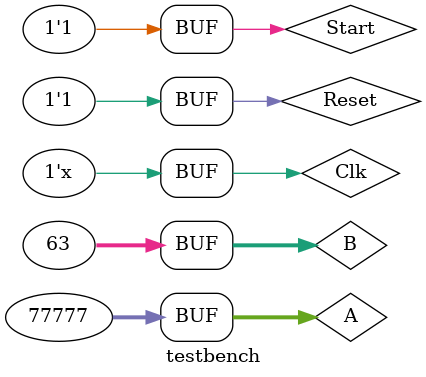
<source format=v>
module testbench();

reg Clk;
reg Reset;
reg Start;
reg signed [31:0] A;
reg signed [31:0] B;
wire signed [31:0] Result;
wire Done;

initial
begin
	Clk = 1;
	Reset = 1;
	Start = 0;
	A = 77777;
	B = 63;
	#20 Reset = 0;
	#10 Reset = 1;
	#100 Start = 1;
end

always
begin
	#5 Clk = ~Clk;
end

gcd_top
#(
	.DATA_WIDTH(32),
	.PIPELINE_DEPTH(63)
) inst (
	.Clk(Clk),
	.Reset(Reset),
	.Start(Start),
	.A(A),
	.B(B),
	.Result(Result),
	.Done(Done)
);

endmodule
</source>
